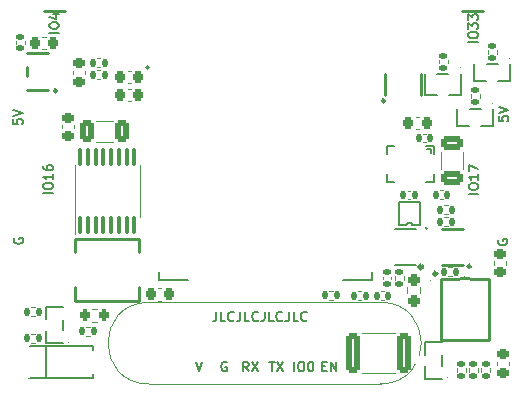
<source format=gbr>
%TF.GenerationSoftware,KiCad,Pcbnew,(6.0.9-0)*%
%TF.CreationDate,2022-11-16T12:00:47+01:00*%
%TF.ProjectId,GlowBand PCB,476c6f77-4261-46e6-9420-5043422e6b69,rev?*%
%TF.SameCoordinates,Original*%
%TF.FileFunction,Legend,Top*%
%TF.FilePolarity,Positive*%
%FSLAX46Y46*%
G04 Gerber Fmt 4.6, Leading zero omitted, Abs format (unit mm)*
G04 Created by KiCad (PCBNEW (6.0.9-0)) date 2022-11-16 12:00:47*
%MOMM*%
%LPD*%
G01*
G04 APERTURE LIST*
G04 Aperture macros list*
%AMRoundRect*
0 Rectangle with rounded corners*
0 $1 Rounding radius*
0 $2 $3 $4 $5 $6 $7 $8 $9 X,Y pos of 4 corners*
0 Add a 4 corners polygon primitive as box body*
4,1,4,$2,$3,$4,$5,$6,$7,$8,$9,$2,$3,0*
0 Add four circle primitives for the rounded corners*
1,1,$1+$1,$2,$3*
1,1,$1+$1,$4,$5*
1,1,$1+$1,$6,$7*
1,1,$1+$1,$8,$9*
0 Add four rect primitives between the rounded corners*
20,1,$1+$1,$2,$3,$4,$5,0*
20,1,$1+$1,$4,$5,$6,$7,0*
20,1,$1+$1,$6,$7,$8,$9,0*
20,1,$1+$1,$8,$9,$2,$3,0*%
G04 Aperture macros list end*
%ADD10C,0.150000*%
%ADD11C,0.120000*%
%ADD12C,0.254001*%
%ADD13C,0.200000*%
%ADD14C,0.131597*%
%ADD15C,0.152400*%
%ADD16C,0.059995*%
%ADD17C,0.151994*%
%ADD18C,0.127000*%
%ADD19C,0.300000*%
%ADD20C,0.100000*%
%ADD21RoundRect,0.140000X-0.140000X-0.170000X0.140000X-0.170000X0.140000X0.170000X-0.140000X0.170000X0*%
%ADD22RoundRect,0.225000X-0.250000X0.225000X-0.250000X-0.225000X0.250000X-0.225000X0.250000X0.225000X0*%
%ADD23R,3.500000X2.000000*%
%ADD24C,0.700025*%
%ADD25R,0.900000X1.200000*%
%ADD26R,1.200000X1.300000*%
%ADD27O,0.750013X0.250013*%
%ADD28RoundRect,0.200000X0.200000X0.275000X-0.200000X0.275000X-0.200000X-0.275000X0.200000X-0.275000X0*%
%ADD29RoundRect,0.135000X0.135000X0.185000X-0.135000X0.185000X-0.135000X-0.185000X0.135000X-0.185000X0*%
%ADD30RoundRect,0.225000X0.250000X-0.225000X0.250000X0.225000X-0.250000X0.225000X-0.250000X-0.225000X0*%
%ADD31RoundRect,0.140000X-0.170000X0.140000X-0.170000X-0.140000X0.170000X-0.140000X0.170000X0.140000X0*%
%ADD32RoundRect,0.135000X0.185000X-0.135000X0.185000X0.135000X-0.185000X0.135000X-0.185000X-0.135000X0*%
%ADD33R,1.250013X0.700000*%
%ADD34R,1.050013X0.550013*%
%ADD35R,0.450013X1.400000*%
%ADD36R,2.400000X0.450013*%
%ADD37R,2.310000X2.460000*%
%ADD38RoundRect,0.100000X0.100000X-0.687500X0.100000X0.687500X-0.100000X0.687500X-0.100000X-0.687500X0*%
%ADD39RoundRect,0.237500X0.237500X-0.250000X0.237500X0.250000X-0.237500X0.250000X-0.237500X-0.250000X0*%
%ADD40RoundRect,0.250000X0.312500X1.450000X-0.312500X1.450000X-0.312500X-1.450000X0.312500X-1.450000X0*%
%ADD41RoundRect,0.135000X-0.135000X-0.185000X0.135000X-0.185000X0.135000X0.185000X-0.135000X0.185000X0*%
%ADD42R,1.000000X0.600000*%
%ADD43R,2.046380X1.620015*%
%ADD44RoundRect,0.135000X-0.185000X0.135000X-0.185000X-0.135000X0.185000X-0.135000X0.185000X0.135000X0*%
%ADD45RoundRect,0.225000X-0.225000X-0.250000X0.225000X-0.250000X0.225000X0.250000X-0.225000X0.250000X0*%
%ADD46RoundRect,0.250000X-0.325000X-0.650000X0.325000X-0.650000X0.325000X0.650000X-0.325000X0.650000X0*%
%ADD47R,0.700000X1.250013*%
%ADD48RoundRect,0.225000X0.225000X0.250000X-0.225000X0.250000X-0.225000X-0.250000X0.225000X-0.250000X0*%
%ADD49R,2.000000X0.900000*%
%ADD50R,0.900000X2.000000*%
%ADD51R,1.330000X1.330000*%
%ADD52R,1.000000X0.550013*%
%ADD53R,0.600000X1.070003*%
%ADD54RoundRect,0.140000X0.140000X0.170000X-0.140000X0.170000X-0.140000X-0.170000X0.140000X-0.170000X0*%
%ADD55R,1.072009X0.532004*%
%ADD56R,1.900000X2.500000*%
%ADD57RoundRect,0.250000X-0.650000X0.325000X-0.650000X-0.325000X0.650000X-0.325000X0.650000X0.325000X0*%
%ADD58R,0.550013X1.000000*%
%ADD59C,1.900000*%
%ADD60R,1.200000X0.600000*%
%ADD61R,2.500000X3.499873*%
G04 APERTURE END LIST*
D10*
X89857576Y-79038504D02*
X89857576Y-79609933D01*
X89819480Y-79724219D01*
X89743290Y-79800409D01*
X89629004Y-79838504D01*
X89552814Y-79838504D01*
X90619480Y-79838504D02*
X90238528Y-79838504D01*
X90238528Y-79038504D01*
X91343290Y-79762314D02*
X91305195Y-79800409D01*
X91190909Y-79838504D01*
X91114719Y-79838504D01*
X91000433Y-79800409D01*
X90924242Y-79724219D01*
X90886147Y-79648028D01*
X90848052Y-79495647D01*
X90848052Y-79381361D01*
X90886147Y-79228980D01*
X90924242Y-79152790D01*
X91000433Y-79076600D01*
X91114719Y-79038504D01*
X91190909Y-79038504D01*
X91305195Y-79076600D01*
X91343290Y-79114695D01*
X91914719Y-79038504D02*
X91914719Y-79609933D01*
X91876623Y-79724219D01*
X91800433Y-79800409D01*
X91686147Y-79838504D01*
X91609957Y-79838504D01*
X92676623Y-79838504D02*
X92295671Y-79838504D01*
X92295671Y-79038504D01*
X93400433Y-79762314D02*
X93362338Y-79800409D01*
X93248052Y-79838504D01*
X93171861Y-79838504D01*
X93057576Y-79800409D01*
X92981385Y-79724219D01*
X92943290Y-79648028D01*
X92905195Y-79495647D01*
X92905195Y-79381361D01*
X92943290Y-79228980D01*
X92981385Y-79152790D01*
X93057576Y-79076600D01*
X93171861Y-79038504D01*
X93248052Y-79038504D01*
X93362338Y-79076600D01*
X93400433Y-79114695D01*
X93971861Y-79038504D02*
X93971861Y-79609933D01*
X93933766Y-79724219D01*
X93857576Y-79800409D01*
X93743290Y-79838504D01*
X93667100Y-79838504D01*
X94733766Y-79838504D02*
X94352814Y-79838504D01*
X94352814Y-79038504D01*
X95457576Y-79762314D02*
X95419480Y-79800409D01*
X95305195Y-79838504D01*
X95229004Y-79838504D01*
X95114719Y-79800409D01*
X95038528Y-79724219D01*
X95000433Y-79648028D01*
X94962338Y-79495647D01*
X94962338Y-79381361D01*
X95000433Y-79228980D01*
X95038528Y-79152790D01*
X95114719Y-79076600D01*
X95229004Y-79038504D01*
X95305195Y-79038504D01*
X95419480Y-79076600D01*
X95457576Y-79114695D01*
X96029004Y-79038504D02*
X96029004Y-79609933D01*
X95990909Y-79724219D01*
X95914719Y-79800409D01*
X95800433Y-79838504D01*
X95724242Y-79838504D01*
X96790909Y-79838504D02*
X96409957Y-79838504D01*
X96409957Y-79038504D01*
X97514719Y-79762314D02*
X97476623Y-79800409D01*
X97362338Y-79838504D01*
X97286147Y-79838504D01*
X97171861Y-79800409D01*
X97095671Y-79724219D01*
X97057576Y-79648028D01*
X97019480Y-79495647D01*
X97019480Y-79381361D01*
X97057576Y-79228980D01*
X97095671Y-79152790D01*
X97171861Y-79076600D01*
X97286147Y-79038504D01*
X97362338Y-79038504D01*
X97476623Y-79076600D01*
X97514719Y-79114695D01*
X92602066Y-84080304D02*
X92335400Y-83699352D01*
X92144923Y-84080304D02*
X92144923Y-83280304D01*
X92449685Y-83280304D01*
X92525876Y-83318400D01*
X92563971Y-83356495D01*
X92602066Y-83432685D01*
X92602066Y-83546971D01*
X92563971Y-83623161D01*
X92525876Y-83661257D01*
X92449685Y-83699352D01*
X92144923Y-83699352D01*
X92868733Y-83280304D02*
X93402066Y-84080304D01*
X93402066Y-83280304D02*
X92868733Y-84080304D01*
X113747600Y-72952976D02*
X113709504Y-73029166D01*
X113709504Y-73143452D01*
X113747600Y-73257738D01*
X113823790Y-73333928D01*
X113899980Y-73372023D01*
X114052361Y-73410119D01*
X114166647Y-73410119D01*
X114319028Y-73372023D01*
X114395219Y-73333928D01*
X114471409Y-73257738D01*
X114509504Y-73143452D01*
X114509504Y-73067261D01*
X114471409Y-72952976D01*
X114433314Y-72914880D01*
X114166647Y-72914880D01*
X114166647Y-73067261D01*
X113785704Y-62526271D02*
X113785704Y-62907223D01*
X114166657Y-62945319D01*
X114128561Y-62907223D01*
X114090466Y-62831033D01*
X114090466Y-62640557D01*
X114128561Y-62564366D01*
X114166657Y-62526271D01*
X114242847Y-62488176D01*
X114433323Y-62488176D01*
X114509514Y-62526271D01*
X114547609Y-62564366D01*
X114585704Y-62640557D01*
X114585704Y-62831033D01*
X114547609Y-62907223D01*
X114509514Y-62945319D01*
X113785704Y-62259604D02*
X114585704Y-61992938D01*
X113785704Y-61726271D01*
X94361076Y-83280304D02*
X94818219Y-83280304D01*
X94589647Y-84080304D02*
X94589647Y-83280304D01*
X95008695Y-83280304D02*
X95542028Y-84080304D01*
X95542028Y-83280304D02*
X95008695Y-84080304D01*
X76028504Y-69028623D02*
X75228504Y-69028623D01*
X75228504Y-68495290D02*
X75228504Y-68342909D01*
X75266600Y-68266719D01*
X75342790Y-68190528D01*
X75495171Y-68152433D01*
X75761838Y-68152433D01*
X75914219Y-68190528D01*
X75990409Y-68266719D01*
X76028504Y-68342909D01*
X76028504Y-68495290D01*
X75990409Y-68571480D01*
X75914219Y-68647671D01*
X75761838Y-68685766D01*
X75495171Y-68685766D01*
X75342790Y-68647671D01*
X75266600Y-68571480D01*
X75228504Y-68495290D01*
X76028504Y-67390528D02*
X76028504Y-67847671D01*
X76028504Y-67619100D02*
X75228504Y-67619100D01*
X75342790Y-67695290D01*
X75418980Y-67771480D01*
X75457076Y-67847671D01*
X75228504Y-66704814D02*
X75228504Y-66857195D01*
X75266600Y-66933385D01*
X75304695Y-66971480D01*
X75418980Y-67047671D01*
X75571361Y-67085766D01*
X75876123Y-67085766D01*
X75952314Y-67047671D01*
X75990409Y-67009576D01*
X76028504Y-66933385D01*
X76028504Y-66781004D01*
X75990409Y-66704814D01*
X75952314Y-66666719D01*
X75876123Y-66628623D01*
X75685647Y-66628623D01*
X75609457Y-66666719D01*
X75571361Y-66704814D01*
X75533266Y-66781004D01*
X75533266Y-66933385D01*
X75571361Y-67009576D01*
X75609457Y-67047671D01*
X75685647Y-67085766D01*
X112020304Y-56252423D02*
X111220304Y-56252423D01*
X111220304Y-55719090D02*
X111220304Y-55566709D01*
X111258400Y-55490519D01*
X111334590Y-55414328D01*
X111486971Y-55376233D01*
X111753638Y-55376233D01*
X111906019Y-55414328D01*
X111982209Y-55490519D01*
X112020304Y-55566709D01*
X112020304Y-55719090D01*
X111982209Y-55795280D01*
X111906019Y-55871471D01*
X111753638Y-55909566D01*
X111486971Y-55909566D01*
X111334590Y-55871471D01*
X111258400Y-55795280D01*
X111220304Y-55719090D01*
X111220304Y-55109566D02*
X111220304Y-54614328D01*
X111525066Y-54880995D01*
X111525066Y-54766709D01*
X111563161Y-54690519D01*
X111601257Y-54652423D01*
X111677447Y-54614328D01*
X111867923Y-54614328D01*
X111944114Y-54652423D01*
X111982209Y-54690519D01*
X112020304Y-54766709D01*
X112020304Y-54995280D01*
X111982209Y-55071471D01*
X111944114Y-55109566D01*
X111220304Y-54347661D02*
X111220304Y-53852423D01*
X111525066Y-54119090D01*
X111525066Y-54004804D01*
X111563161Y-53928614D01*
X111601257Y-53890519D01*
X111677447Y-53852423D01*
X111867923Y-53852423D01*
X111944114Y-53890519D01*
X111982209Y-53928614D01*
X112020304Y-54004804D01*
X112020304Y-54233376D01*
X111982209Y-54309566D01*
X111944114Y-54347661D01*
X96456600Y-84080304D02*
X96456600Y-83280304D01*
X96989933Y-83280304D02*
X97142314Y-83280304D01*
X97218504Y-83318400D01*
X97294695Y-83394590D01*
X97332790Y-83546971D01*
X97332790Y-83813638D01*
X97294695Y-83966019D01*
X97218504Y-84042209D01*
X97142314Y-84080304D01*
X96989933Y-84080304D01*
X96913742Y-84042209D01*
X96837552Y-83966019D01*
X96799457Y-83813638D01*
X96799457Y-83546971D01*
X96837552Y-83394590D01*
X96913742Y-83318400D01*
X96989933Y-83280304D01*
X97828028Y-83280304D02*
X97904219Y-83280304D01*
X97980409Y-83318400D01*
X98018504Y-83356495D01*
X98056600Y-83432685D01*
X98094695Y-83585066D01*
X98094695Y-83775542D01*
X98056600Y-83927923D01*
X98018504Y-84004114D01*
X97980409Y-84042209D01*
X97904219Y-84080304D01*
X97828028Y-84080304D01*
X97751838Y-84042209D01*
X97713742Y-84004114D01*
X97675647Y-83927923D01*
X97637552Y-83775542D01*
X97637552Y-83585066D01*
X97675647Y-83432685D01*
X97713742Y-83356495D01*
X97751838Y-83318400D01*
X97828028Y-83280304D01*
X112045704Y-69054023D02*
X111245704Y-69054023D01*
X111245704Y-68520690D02*
X111245704Y-68368309D01*
X111283800Y-68292119D01*
X111359990Y-68215928D01*
X111512371Y-68177833D01*
X111779038Y-68177833D01*
X111931419Y-68215928D01*
X112007609Y-68292119D01*
X112045704Y-68368309D01*
X112045704Y-68520690D01*
X112007609Y-68596880D01*
X111931419Y-68673071D01*
X111779038Y-68711166D01*
X111512371Y-68711166D01*
X111359990Y-68673071D01*
X111283800Y-68596880D01*
X111245704Y-68520690D01*
X112045704Y-67415928D02*
X112045704Y-67873071D01*
X112045704Y-67644500D02*
X111245704Y-67644500D01*
X111359990Y-67720690D01*
X111436180Y-67796880D01*
X111474276Y-67873071D01*
X111245704Y-67149261D02*
X111245704Y-66615928D01*
X112045704Y-66958785D01*
X88125333Y-83280304D02*
X88392000Y-84080304D01*
X88658666Y-83280304D01*
X98825123Y-83661257D02*
X99091790Y-83661257D01*
X99206076Y-84080304D02*
X98825123Y-84080304D01*
X98825123Y-83280304D01*
X99206076Y-83280304D01*
X99548933Y-84080304D02*
X99548933Y-83280304D01*
X100006076Y-84080304D01*
X100006076Y-83280304D01*
X72752000Y-72825976D02*
X72713904Y-72902166D01*
X72713904Y-73016452D01*
X72752000Y-73130738D01*
X72828190Y-73206928D01*
X72904380Y-73245023D01*
X73056761Y-73283119D01*
X73171047Y-73283119D01*
X73323428Y-73245023D01*
X73399619Y-73206928D01*
X73475809Y-73130738D01*
X73513904Y-73016452D01*
X73513904Y-72940261D01*
X73475809Y-72825976D01*
X73437714Y-72787880D01*
X73171047Y-72787880D01*
X73171047Y-72940261D01*
X72688504Y-62780271D02*
X72688504Y-63161223D01*
X73069457Y-63199319D01*
X73031361Y-63161223D01*
X72993266Y-63085033D01*
X72993266Y-62894557D01*
X73031361Y-62818366D01*
X73069457Y-62780271D01*
X73145647Y-62742176D01*
X73336123Y-62742176D01*
X73412314Y-62780271D01*
X73450409Y-62818366D01*
X73488504Y-62894557D01*
X73488504Y-63085033D01*
X73450409Y-63161223D01*
X73412314Y-63199319D01*
X72688504Y-62513604D02*
X73488504Y-62246938D01*
X72688504Y-61980271D01*
X76536504Y-55439623D02*
X75736504Y-55439623D01*
X75736504Y-54906290D02*
X75736504Y-54753909D01*
X75774600Y-54677719D01*
X75850790Y-54601528D01*
X76003171Y-54563433D01*
X76269838Y-54563433D01*
X76422219Y-54601528D01*
X76498409Y-54677719D01*
X76536504Y-54753909D01*
X76536504Y-54906290D01*
X76498409Y-54982480D01*
X76422219Y-55058671D01*
X76269838Y-55096766D01*
X76003171Y-55096766D01*
X75850790Y-55058671D01*
X75774600Y-54982480D01*
X75736504Y-54906290D01*
X76003171Y-53877719D02*
X76536504Y-53877719D01*
X75698409Y-54068195D02*
X76269838Y-54258671D01*
X76269838Y-53763433D01*
X90735123Y-83318400D02*
X90658933Y-83280304D01*
X90544647Y-83280304D01*
X90430361Y-83318400D01*
X90354171Y-83394590D01*
X90316076Y-83470780D01*
X90277980Y-83623161D01*
X90277980Y-83737447D01*
X90316076Y-83889828D01*
X90354171Y-83966019D01*
X90430361Y-84042209D01*
X90544647Y-84080304D01*
X90620838Y-84080304D01*
X90735123Y-84042209D01*
X90773219Y-84004114D01*
X90773219Y-83737447D01*
X90620838Y-83737447D01*
D11*
%TO.C,C17*%
X103826964Y-78046230D02*
X104042636Y-78046230D01*
X103826964Y-77326230D02*
X104042636Y-77326230D01*
%TO.C,C19*%
X114657600Y-83287390D02*
X114657600Y-83568550D01*
X113637600Y-83287390D02*
X113637600Y-83568550D01*
D12*
%TO.C,SW1*%
X110693198Y-53559706D02*
X112471202Y-53559706D01*
D13*
%TO.C,U3*%
X107122673Y-69736931D02*
X105322648Y-69736931D01*
X105322648Y-69736931D02*
X105322648Y-71736880D01*
X107122673Y-71736880D02*
X107122673Y-69736931D01*
X106476699Y-71752933D02*
X107122673Y-71752933D01*
X105968698Y-71752933D02*
X105322648Y-71752933D01*
X106476674Y-71752908D02*
G75*
G03*
X105968672Y-71752908I-254001J0D01*
G01*
D14*
X107710998Y-71989532D02*
G75*
G03*
X107710998Y-71989532I-65798J0D01*
G01*
D11*
%TO.C,R8*%
X79802258Y-78852500D02*
X79327742Y-78852500D01*
X79802258Y-79897500D02*
X79327742Y-79897500D01*
%TO.C,R4*%
X74483441Y-79450200D02*
X74176159Y-79450200D01*
X74483441Y-78690200D02*
X74176159Y-78690200D01*
%TO.C,C18*%
X114378200Y-75070580D02*
X114378200Y-74789420D01*
X113358200Y-75070580D02*
X113358200Y-74789420D01*
%TO.C,C20*%
X104703200Y-76105194D02*
X104703200Y-76320866D01*
X103983200Y-76105194D02*
X103983200Y-76320866D01*
%TO.C,R20*%
X80062041Y-58624200D02*
X79754759Y-58624200D01*
X80062041Y-59384200D02*
X79754759Y-59384200D01*
%TO.C,R16*%
X112853200Y-57202041D02*
X112853200Y-56894759D01*
X113613200Y-57202041D02*
X113613200Y-56894759D01*
%TO.C,C2*%
X108807364Y-68791830D02*
X109023036Y-68791830D01*
X108807364Y-69511830D02*
X109023036Y-69511830D01*
D15*
%TO.C,U5*%
X76884813Y-79732402D02*
X76884813Y-80643198D01*
X76884813Y-78661587D02*
X75432387Y-78661587D01*
X75432387Y-78661587D02*
X75432387Y-79693210D01*
X75432387Y-81714013D02*
X75432387Y-80682390D01*
X76884813Y-81714013D02*
X75432387Y-81714013D01*
D16*
X77388597Y-81637813D02*
G75*
G03*
X77388597Y-81637813I-29997J0D01*
G01*
D17*
%TO.C,U15*%
X108285009Y-65683710D02*
X108285009Y-65041089D01*
X104938858Y-68062247D02*
X104305964Y-68062247D01*
X104927885Y-65042206D02*
X104286000Y-65042206D01*
X108286000Y-68062247D02*
X108286000Y-67400322D01*
X104305964Y-68062247D02*
X104286000Y-68042206D01*
X108085975Y-65242181D02*
X108085975Y-65642181D01*
X107923668Y-65042206D02*
X107644115Y-65042206D01*
X104286000Y-65684091D02*
X104286000Y-65042206D01*
X107685975Y-65242181D02*
X108085975Y-65242181D01*
X108285009Y-65041089D02*
X107924278Y-65041089D01*
X104286000Y-68042206D02*
X104286000Y-67400322D01*
X108286000Y-68062247D02*
X107633142Y-68062247D01*
D16*
X108315972Y-65042181D02*
G75*
G03*
X108315972Y-65042181I-29997J0D01*
G01*
D11*
%TO.C,U4*%
X77885000Y-68833830D02*
X77885000Y-72483830D01*
X83405000Y-68833830D02*
X83405000Y-66633830D01*
X77885000Y-68833830D02*
X77885000Y-66633830D01*
X83405000Y-68833830D02*
X83405000Y-71033830D01*
%TO.C,R22*%
X106055900Y-77496124D02*
X106055900Y-76986676D01*
X107100900Y-77496124D02*
X107100900Y-76986676D01*
%TO.C,F1*%
X104992852Y-80814600D02*
X102220348Y-80814600D01*
X104992852Y-84234600D02*
X102220348Y-84234600D01*
%TO.C,R1*%
X109177890Y-71804800D02*
X109485172Y-71804800D01*
X109177890Y-71044800D02*
X109485172Y-71044800D01*
D12*
%TO.C,U7*%
X73826749Y-57162417D02*
X75626775Y-57162417D01*
X73826749Y-60262443D02*
X75626775Y-60262443D01*
X73826749Y-59112455D02*
X73826749Y-58312430D01*
X76377676Y-60363383D02*
G75*
G03*
X76377676Y-60363383I-127000J0D01*
G01*
D16*
X76156797Y-60162468D02*
G75*
G03*
X76156797Y-60162468I-29997J0D01*
G01*
D15*
%TO.C,U6*%
X79459968Y-84688733D02*
X79459968Y-84338238D01*
X74057632Y-84688733D02*
X79459968Y-84688733D01*
X74057632Y-81961327D02*
X79459968Y-81961327D01*
X79459968Y-81961327D02*
X79459968Y-82311822D01*
X75419836Y-81961327D02*
X75419836Y-84688733D01*
D16*
X73988645Y-84699909D02*
G75*
G03*
X73988645Y-84699909I-29972J0D01*
G01*
D11*
%TO.C,R2*%
X109179890Y-70028800D02*
X109487172Y-70028800D01*
X109179890Y-70788800D02*
X109487172Y-70788800D01*
%TO.C,C9*%
X78716600Y-58941580D02*
X78716600Y-58660420D01*
X77696600Y-58941580D02*
X77696600Y-58660420D01*
%TO.C,R15*%
X109447600Y-57720589D02*
X109447600Y-58027871D01*
X108687600Y-57720589D02*
X108687600Y-58027871D01*
%TO.C,C1*%
X84949420Y-78107000D02*
X85230580Y-78107000D01*
X84949420Y-77087000D02*
X85230580Y-77087000D01*
%TO.C,R7*%
X78865759Y-81101200D02*
X79173041Y-81101200D01*
X78865759Y-80341200D02*
X79173041Y-80341200D01*
%TO.C,C7*%
X75145020Y-55776400D02*
X75426180Y-55776400D01*
X75145020Y-56796400D02*
X75426180Y-56796400D01*
%TO.C,C6*%
X79679748Y-62869400D02*
X81102252Y-62869400D01*
X79679748Y-64689400D02*
X81102252Y-64689400D01*
D15*
%TO.C,U16*%
X111706987Y-58100187D02*
X111706987Y-59552613D01*
X111706987Y-59552613D02*
X112738610Y-59552613D01*
X112777802Y-58100187D02*
X113688598Y-58100187D01*
X114759413Y-58100187D02*
X114759413Y-59552613D01*
X114759413Y-59552613D02*
X113727790Y-59552613D01*
D16*
X114713210Y-57626400D02*
G75*
G03*
X114713210Y-57626400I-29997J0D01*
G01*
D11*
%TO.C,C16*%
X82639780Y-60196000D02*
X82358620Y-60196000D01*
X82639780Y-61216000D02*
X82358620Y-61216000D01*
%TO.C,C14*%
X107369364Y-64723600D02*
X107585036Y-64723600D01*
X107369364Y-64003600D02*
X107585036Y-64003600D01*
D18*
%TO.C,U1*%
X85048700Y-76374280D02*
X87498700Y-76374280D01*
X100598700Y-76374280D02*
X103048700Y-76374280D01*
X85048700Y-75724280D02*
X85048700Y-76374280D01*
X103048700Y-76374280D02*
X103048700Y-75724280D01*
D13*
X84148700Y-58374280D02*
G75*
G03*
X84148700Y-58374280I-100000J0D01*
G01*
D12*
%TO.C,U18*%
X108976419Y-75127338D02*
X110776444Y-75127338D01*
X108976419Y-72027312D02*
X110776444Y-72027312D01*
D16*
X111306442Y-75012301D02*
G75*
G03*
X111306442Y-75012301I-29998J0D01*
G01*
D12*
X111400422Y-75228227D02*
G75*
G03*
X111400422Y-75228227I-127000J0D01*
G01*
D11*
%TO.C,C15*%
X106768020Y-62583600D02*
X107049180Y-62583600D01*
X106768020Y-63603600D02*
X107049180Y-63603600D01*
%TO.C,C3*%
X82358620Y-58672000D02*
X82639780Y-58672000D01*
X82358620Y-59692000D02*
X82639780Y-59692000D01*
%TO.C,R21*%
X99721641Y-78053200D02*
X99414359Y-78053200D01*
X99721641Y-77293200D02*
X99414359Y-77293200D01*
D15*
%TO.C,U17*%
X107513664Y-60683356D02*
X108555269Y-60683356D01*
X110586054Y-58930956D02*
X110586054Y-60683356D01*
X107513664Y-58930956D02*
X107513664Y-60683356D01*
X110586054Y-60683356D02*
X109544449Y-60683356D01*
X108594461Y-58930956D02*
X109505257Y-58930956D01*
D16*
X110539851Y-58407156D02*
G75*
G03*
X110539851Y-58407156I-29997J0D01*
G01*
D11*
%TO.C,R12*%
X112319800Y-83820759D02*
X112319800Y-84128041D01*
X113079800Y-83820759D02*
X113079800Y-84128041D01*
%TO.C,C4*%
X106305236Y-69549600D02*
X106089564Y-69549600D01*
X106305236Y-68829600D02*
X106089564Y-68829600D01*
%TO.C,C8*%
X72919000Y-56153164D02*
X72919000Y-56368836D01*
X73639000Y-56153164D02*
X73639000Y-56368836D01*
D15*
%TO.C,U20*%
X106760513Y-72058940D02*
X104982103Y-72058940D01*
X106760513Y-75137324D02*
X104982103Y-75137324D01*
D19*
X107322921Y-75266407D02*
G75*
G03*
X107322921Y-75266407I-150114J0D01*
G01*
D20*
X107321321Y-75061175D02*
G75*
G03*
X107321321Y-75061175I-50013J0D01*
G01*
D12*
%TO.C,U2*%
X77945000Y-72914225D02*
X77945000Y-74033047D01*
X77945000Y-72914225D02*
X83345000Y-72914200D01*
X83345000Y-74033047D02*
X83345000Y-72914200D01*
X83345000Y-78114200D02*
X83345000Y-76995353D01*
X83345000Y-78114200D02*
X77945000Y-78114175D01*
X77945000Y-76995353D02*
X77945000Y-78114175D01*
D16*
X83375022Y-72914200D02*
G75*
G03*
X83375022Y-72914200I-29997J0D01*
G01*
D15*
%TO.C,U13*%
X113311613Y-61859387D02*
X113311613Y-63311813D01*
X113311613Y-63311813D02*
X112279990Y-63311813D01*
X111330002Y-61859387D02*
X112240798Y-61859387D01*
X110259187Y-63311813D02*
X111290810Y-63311813D01*
X110259187Y-61859387D02*
X110259187Y-63311813D01*
D16*
X113265410Y-61385600D02*
G75*
G03*
X113265410Y-61385600I-29997J0D01*
G01*
D11*
%TO.C,C12*%
X110726600Y-65573386D02*
X110726600Y-66995890D01*
X108906600Y-65573386D02*
X108906600Y-66995890D01*
D12*
%TO.C,U10*%
X104113987Y-58904630D02*
X104113987Y-60704655D01*
X107214013Y-58904630D02*
X107214013Y-60704655D01*
D16*
X104259022Y-61204655D02*
G75*
G03*
X104259022Y-61204655I-29998J0D01*
G01*
D12*
X104140098Y-61201633D02*
G75*
G03*
X104140098Y-61201633I-127000J0D01*
G01*
D11*
%TO.C,R13*%
X112013000Y-83818759D02*
X112013000Y-84126041D01*
X111253000Y-83818759D02*
X111253000Y-84126041D01*
%TO.C,R11*%
X110997000Y-84126041D02*
X110997000Y-83818759D01*
X110237000Y-84126041D02*
X110237000Y-83818759D01*
%TO.C,R18*%
X79754759Y-58368200D02*
X80062041Y-58368200D01*
X79754759Y-57608200D02*
X80062041Y-57608200D01*
%TO.C,R3*%
X74483441Y-80925400D02*
X74176159Y-80925400D01*
X74483441Y-81685400D02*
X74176159Y-81685400D01*
%TO.C,R14*%
X112165400Y-60961241D02*
X112165400Y-60653959D01*
X111405400Y-60961241D02*
X111405400Y-60653959D01*
D12*
%TO.C,SW2*%
X75260198Y-53567206D02*
X77038202Y-53567206D01*
D15*
%TO.C,U9*%
X108955613Y-82729602D02*
X108955613Y-83640398D01*
X108955613Y-84711213D02*
X107503187Y-84711213D01*
X108955613Y-81658787D02*
X107503187Y-81658787D01*
X107503187Y-84711213D02*
X107503187Y-83679590D01*
X107503187Y-81658787D02*
X107503187Y-82690410D01*
D16*
X109459397Y-84635013D02*
G75*
G03*
X109459397Y-84635013I-29997J0D01*
G01*
D11*
%TO.C,R23*%
X104979200Y-76059389D02*
X104979200Y-76366671D01*
X105739200Y-76059389D02*
X105739200Y-76366671D01*
%TO.C,P9*%
X84148400Y-78266030D02*
X103778400Y-78256030D01*
X84148400Y-85166030D02*
X103778400Y-85156030D01*
X103778400Y-85156030D02*
G75*
G03*
X103778400Y-78256030I0J3450000D01*
G01*
X84148400Y-78266030D02*
G75*
G03*
X84148400Y-85166030I0J-3450000D01*
G01*
%TO.C,C5*%
X77802200Y-63257820D02*
X77802200Y-63538980D01*
X76782200Y-63257820D02*
X76782200Y-63538980D01*
D12*
%TO.C,U19*%
X112959144Y-81416912D02*
X108859068Y-81416912D01*
X110109004Y-76317090D02*
X108859068Y-76317090D01*
X112959144Y-76317090D02*
X112959144Y-81417166D01*
X108859068Y-81416912D02*
X108859068Y-76316836D01*
X111709208Y-76317090D02*
X112959144Y-76317090D01*
X111709208Y-76367128D02*
G75*
G03*
X110109004Y-76367128I-800102J-1683851D01*
G01*
D16*
X107989116Y-76412848D02*
G75*
G03*
X107989116Y-76412848I-29972J0D01*
G01*
D12*
X108579159Y-75837029D02*
G75*
G03*
X108579159Y-75837029I-170180J0D01*
G01*
D11*
%TO.C,R17*%
X109830841Y-75286600D02*
X109523559Y-75286600D01*
X109830841Y-76046600D02*
X109523559Y-76046600D01*
%TO.C,R19*%
X101852759Y-78066230D02*
X102160041Y-78066230D01*
X101852759Y-77306230D02*
X102160041Y-77306230D01*
%TD*%
%LPC*%
D21*
%TO.C,C17*%
X103454800Y-77686230D03*
X104414800Y-77686230D03*
%TD*%
D22*
%TO.C,C19*%
X114147600Y-82652970D03*
X114147600Y-84202970D03*
%TD*%
D23*
%TO.C,P5*%
X114300000Y-68008830D03*
%TD*%
D24*
%TO.C,SW1*%
X112432340Y-52159732D03*
X110732314Y-52159732D03*
D25*
X109282225Y-52159732D03*
X113882175Y-52159732D03*
D26*
X109907321Y-53709643D03*
X113257333Y-53709643D03*
%TD*%
D27*
%TO.C,U3*%
X107772711Y-71486893D03*
X107772711Y-70986766D03*
X107772711Y-70486893D03*
X107772711Y-69986766D03*
X104672889Y-69986766D03*
X104672889Y-70486893D03*
X104672889Y-70986766D03*
X104672889Y-71486893D03*
%TD*%
D28*
%TO.C,R8*%
X80390000Y-79375000D03*
X78740000Y-79375000D03*
%TD*%
D23*
%TO.C,P6*%
X114300000Y-71348600D03*
%TD*%
D29*
%TO.C,R4*%
X74839800Y-79070200D03*
X73819800Y-79070200D03*
%TD*%
D30*
%TO.C,C18*%
X113868200Y-75705000D03*
X113868200Y-74155000D03*
%TD*%
D31*
%TO.C,C20*%
X104343200Y-75733030D03*
X104343200Y-76693030D03*
%TD*%
D29*
%TO.C,R20*%
X80418400Y-59004200D03*
X79398400Y-59004200D03*
%TD*%
D32*
%TO.C,R16*%
X113233200Y-57558400D03*
X113233200Y-56538400D03*
%TD*%
D21*
%TO.C,C2*%
X108435200Y-69151830D03*
X109395200Y-69151830D03*
%TD*%
D33*
%TO.C,U5*%
X77158600Y-81137762D03*
X77158600Y-79237838D03*
X75158600Y-80187800D03*
%TD*%
D34*
%TO.C,U15*%
X106961083Y-66117213D03*
X105610816Y-66117213D03*
X105610816Y-66967099D03*
X106961083Y-66967099D03*
D35*
X108010867Y-66542156D03*
D36*
X106285949Y-65317111D03*
D35*
X104561032Y-66542156D03*
D36*
X106285949Y-67767200D03*
%TD*%
D37*
%TO.C,U4*%
X80645000Y-68833830D03*
D38*
X78370000Y-71696330D03*
X79020000Y-71696330D03*
X79670000Y-71696330D03*
X80320000Y-71696330D03*
X80970000Y-71696330D03*
X81620000Y-71696330D03*
X82270000Y-71696330D03*
X82920000Y-71696330D03*
X82920000Y-65971330D03*
X82270000Y-65971330D03*
X81620000Y-65971330D03*
X80970000Y-65971330D03*
X80320000Y-65971330D03*
X79670000Y-65971330D03*
X79020000Y-65971330D03*
X78370000Y-65971330D03*
%TD*%
D39*
%TO.C,R22*%
X106578400Y-78153900D03*
X106578400Y-76328900D03*
%TD*%
D40*
%TO.C,F1*%
X105744100Y-82524600D03*
X101469100Y-82524600D03*
%TD*%
D41*
%TO.C,R1*%
X108821531Y-71424800D03*
X109841531Y-71424800D03*
%TD*%
D42*
%TO.C,U7*%
X76026902Y-59662341D03*
X76026902Y-58712379D03*
X76026902Y-57762417D03*
X73426698Y-57762417D03*
X73426698Y-59662341D03*
%TD*%
D43*
%TO.C,U6*%
X74193369Y-83325005D03*
X79324180Y-83325005D03*
%TD*%
D41*
%TO.C,R2*%
X108823531Y-70408800D03*
X109843531Y-70408800D03*
%TD*%
D30*
%TO.C,C9*%
X78206600Y-59576000D03*
X78206600Y-58026000D03*
%TD*%
D23*
%TO.C,P1*%
X72948800Y-64732230D03*
%TD*%
D44*
%TO.C,R15*%
X109067600Y-57364230D03*
X109067600Y-58384230D03*
%TD*%
D45*
%TO.C,C1*%
X84315000Y-77597000D03*
X85865000Y-77597000D03*
%TD*%
D23*
%TO.C,P3*%
X72948800Y-71183830D03*
%TD*%
D41*
%TO.C,R7*%
X78509400Y-80721200D03*
X79529400Y-80721200D03*
%TD*%
D45*
%TO.C,C7*%
X74510600Y-56286400D03*
X76060600Y-56286400D03*
%TD*%
D46*
%TO.C,C6*%
X78916000Y-63779400D03*
X81866000Y-63779400D03*
%TD*%
D47*
%TO.C,U16*%
X114183162Y-57826400D03*
X112283238Y-57826400D03*
X113233200Y-59826400D03*
%TD*%
D48*
%TO.C,C16*%
X83274200Y-60706000D03*
X81724200Y-60706000D03*
%TD*%
D21*
%TO.C,C14*%
X106997200Y-64363600D03*
X107957200Y-64363600D03*
%TD*%
D49*
%TO.C,U1*%
X85548700Y-58364280D03*
X85548700Y-59634280D03*
X85548700Y-60904280D03*
X85548700Y-62174280D03*
X85548700Y-63444280D03*
X85548700Y-64714280D03*
X85548700Y-65984280D03*
X85548700Y-67254280D03*
X85548700Y-68524280D03*
X85548700Y-69794280D03*
X85548700Y-71064280D03*
X85548700Y-72334280D03*
X85548700Y-73604280D03*
X85548700Y-74874280D03*
D50*
X88333700Y-75874280D03*
X89603700Y-75874280D03*
X90873700Y-75874280D03*
X92143700Y-75874280D03*
X93413700Y-75874280D03*
X94683700Y-75874280D03*
X95953700Y-75874280D03*
X97223700Y-75874280D03*
X98493700Y-75874280D03*
X99763700Y-75874280D03*
D49*
X102548700Y-74874280D03*
X102548700Y-73604280D03*
X102548700Y-72334280D03*
X102548700Y-71064280D03*
X102548700Y-69794280D03*
X102548700Y-68524280D03*
X102548700Y-67254280D03*
X102548700Y-65984280D03*
X102548700Y-64714280D03*
X102548700Y-63444280D03*
X102548700Y-62174280D03*
X102548700Y-60904280D03*
X102548700Y-59634280D03*
X102548700Y-58364280D03*
D51*
X91213700Y-67699280D03*
X93048700Y-64029280D03*
X94883700Y-67699280D03*
X91213700Y-64029280D03*
X93048700Y-67699280D03*
X94883700Y-64029280D03*
X93048700Y-65864280D03*
X91213700Y-65864280D03*
X94883700Y-65864280D03*
%TD*%
D52*
%TO.C,U18*%
X111276470Y-74527185D03*
X111276470Y-73577223D03*
X111276470Y-72627261D03*
X108476368Y-72627261D03*
X108476368Y-73577223D03*
X108476368Y-74527185D03*
%TD*%
D23*
%TO.C,P2*%
X72948800Y-68008830D03*
%TD*%
D45*
%TO.C,C15*%
X106133600Y-63093600D03*
X107683600Y-63093600D03*
%TD*%
%TO.C,C3*%
X81724200Y-59182000D03*
X83274200Y-59182000D03*
%TD*%
D29*
%TO.C,R21*%
X100078000Y-77673200D03*
X99058000Y-77673200D03*
%TD*%
D53*
%TO.C,U17*%
X109999821Y-58571952D03*
X108099897Y-58571952D03*
X109049859Y-61042106D03*
%TD*%
D23*
%TO.C,P4*%
X114300000Y-64732230D03*
%TD*%
D44*
%TO.C,R12*%
X112699800Y-83464400D03*
X112699800Y-84484400D03*
%TD*%
D54*
%TO.C,C4*%
X106677400Y-69189600D03*
X105717400Y-69189600D03*
%TD*%
D31*
%TO.C,C8*%
X73279000Y-55781000D03*
X73279000Y-56741000D03*
%TD*%
D55*
%TO.C,U20*%
X107020406Y-74548094D03*
X107020406Y-73598132D03*
X107020406Y-72648170D03*
X104722210Y-72648170D03*
X104722210Y-73598132D03*
X104722210Y-74548094D03*
%TD*%
D56*
%TO.C,U2*%
X82695038Y-75514200D03*
X78594962Y-75514200D03*
%TD*%
D47*
%TO.C,U13*%
X112735362Y-61585600D03*
X110835438Y-61585600D03*
X111785400Y-63585600D03*
%TD*%
D57*
%TO.C,C12*%
X109816600Y-64809638D03*
X109816600Y-67759638D03*
%TD*%
D58*
%TO.C,U10*%
X104714140Y-61204681D03*
X105664102Y-61204681D03*
X106614064Y-61204681D03*
X106614064Y-58404579D03*
X105664102Y-58404579D03*
X104714140Y-58404579D03*
%TD*%
D44*
%TO.C,R13*%
X111633000Y-83462400D03*
X111633000Y-84482400D03*
%TD*%
D32*
%TO.C,R11*%
X110617000Y-84482400D03*
X110617000Y-83462400D03*
%TD*%
D41*
%TO.C,R18*%
X79398400Y-57988200D03*
X80418400Y-57988200D03*
%TD*%
D29*
%TO.C,R3*%
X74839800Y-81305400D03*
X73819800Y-81305400D03*
%TD*%
D32*
%TO.C,R14*%
X111785400Y-61317600D03*
X111785400Y-60297600D03*
%TD*%
D24*
%TO.C,SW2*%
X76999340Y-52167232D03*
X75299314Y-52167232D03*
D25*
X73849225Y-52167232D03*
X78449175Y-52167232D03*
D26*
X74474321Y-53717143D03*
X77824333Y-53717143D03*
%TD*%
D33*
%TO.C,U9*%
X109229400Y-84134962D03*
X109229400Y-82235038D03*
X107229400Y-83185000D03*
%TD*%
D44*
%TO.C,R23*%
X105359200Y-75703030D03*
X105359200Y-76723030D03*
%TD*%
D59*
%TO.C,P9*%
X88468400Y-81706030D03*
X90668400Y-81706030D03*
X92868400Y-81706030D03*
X95068400Y-81706030D03*
X97268400Y-81706030D03*
X99468400Y-81706030D03*
%TD*%
D22*
%TO.C,C5*%
X77292200Y-62623400D03*
X77292200Y-64173400D03*
%TD*%
D60*
%TO.C,U19*%
X108000800Y-76961997D03*
X108000800Y-78232000D03*
X108000800Y-79502002D03*
X108000800Y-80772005D03*
X113817412Y-80772005D03*
X113817412Y-79502002D03*
X113817412Y-78232000D03*
X113817412Y-76961997D03*
D61*
X110909106Y-78867001D03*
%TD*%
D29*
%TO.C,R17*%
X110187200Y-75666600D03*
X109167200Y-75666600D03*
%TD*%
D41*
%TO.C,R19*%
X101496400Y-77686230D03*
X102516400Y-77686230D03*
%TD*%
M02*

</source>
